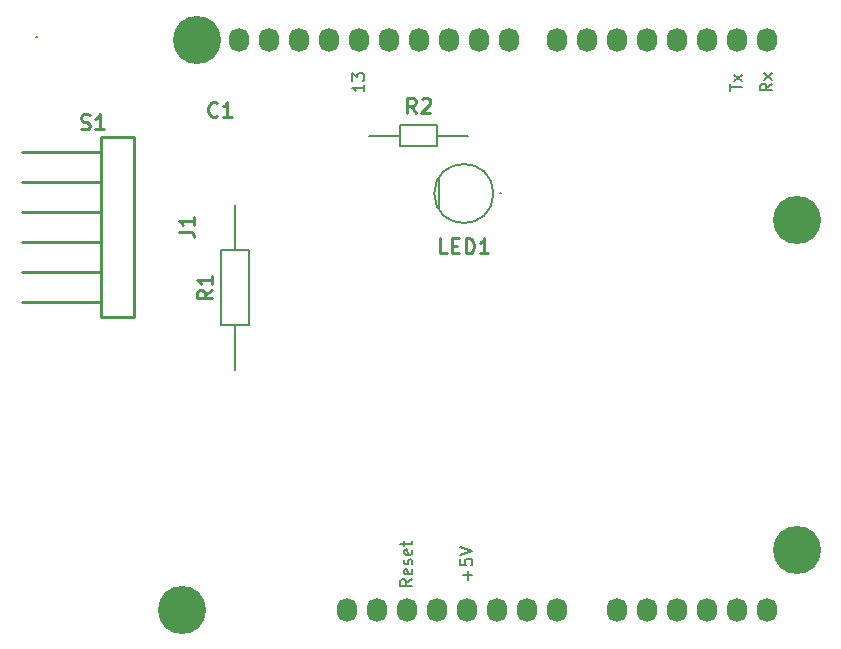
<source format=gbr>
%TF.GenerationSoftware,KiCad,Pcbnew,6.0.0-d3dd2cf0fa~116~ubuntu21.10.1*%
%TF.CreationDate,2022-01-02T17:44:59-05:00*%
%TF.ProjectId,ardustack-io,61726475-7374-4616-936b-2d696f2e6b69,rev?*%
%TF.SameCoordinates,Original*%
%TF.FileFunction,Legend,Top*%
%TF.FilePolarity,Positive*%
%FSLAX46Y46*%
G04 Gerber Fmt 4.6, Leading zero omitted, Abs format (unit mm)*
G04 Created by KiCad (PCBNEW 6.0.0-d3dd2cf0fa~116~ubuntu21.10.1) date 2022-01-02 17:44:59*
%MOMM*%
%LPD*%
G01*
G04 APERTURE LIST*
%ADD10C,0.150000*%
%ADD11C,0.254000*%
%ADD12C,0.200000*%
%ADD13O,1.727200X2.032000*%
%ADD14C,4.064000*%
G04 APERTURE END LIST*
D10*
X144470380Y-121238095D02*
X143994190Y-121571428D01*
X144470380Y-121809523D02*
X143470380Y-121809523D01*
X143470380Y-121428571D01*
X143518000Y-121333333D01*
X143565619Y-121285714D01*
X143660857Y-121238095D01*
X143803714Y-121238095D01*
X143898952Y-121285714D01*
X143946571Y-121333333D01*
X143994190Y-121428571D01*
X143994190Y-121809523D01*
X144422761Y-120428571D02*
X144470380Y-120523809D01*
X144470380Y-120714285D01*
X144422761Y-120809523D01*
X144327523Y-120857142D01*
X143946571Y-120857142D01*
X143851333Y-120809523D01*
X143803714Y-120714285D01*
X143803714Y-120523809D01*
X143851333Y-120428571D01*
X143946571Y-120380952D01*
X144041809Y-120380952D01*
X144137047Y-120857142D01*
X144422761Y-120000000D02*
X144470380Y-119904761D01*
X144470380Y-119714285D01*
X144422761Y-119619047D01*
X144327523Y-119571428D01*
X144279904Y-119571428D01*
X144184666Y-119619047D01*
X144137047Y-119714285D01*
X144137047Y-119857142D01*
X144089428Y-119952380D01*
X143994190Y-120000000D01*
X143946571Y-120000000D01*
X143851333Y-119952380D01*
X143803714Y-119857142D01*
X143803714Y-119714285D01*
X143851333Y-119619047D01*
X144422761Y-118761904D02*
X144470380Y-118857142D01*
X144470380Y-119047619D01*
X144422761Y-119142857D01*
X144327523Y-119190476D01*
X143946571Y-119190476D01*
X143851333Y-119142857D01*
X143803714Y-119047619D01*
X143803714Y-118857142D01*
X143851333Y-118761904D01*
X143946571Y-118714285D01*
X144041809Y-118714285D01*
X144137047Y-119190476D01*
X143803714Y-118428571D02*
X143803714Y-118047619D01*
X143470380Y-118285714D02*
X144327523Y-118285714D01*
X144422761Y-118238095D01*
X144470380Y-118142857D01*
X144470380Y-118047619D01*
X149169428Y-121285714D02*
X149169428Y-120523809D01*
X149550380Y-120904761D02*
X148788476Y-120904761D01*
X148550380Y-119571428D02*
X148550380Y-120047619D01*
X149026571Y-120095238D01*
X148978952Y-120047619D01*
X148931333Y-119952380D01*
X148931333Y-119714285D01*
X148978952Y-119619047D01*
X149026571Y-119571428D01*
X149121809Y-119523809D01*
X149359904Y-119523809D01*
X149455142Y-119571428D01*
X149502761Y-119619047D01*
X149550380Y-119714285D01*
X149550380Y-119952380D01*
X149502761Y-120047619D01*
X149455142Y-120095238D01*
X148550380Y-119238095D02*
X149550380Y-118904761D01*
X148550380Y-118571428D01*
X174950380Y-79295238D02*
X174474190Y-79628571D01*
X174950380Y-79866666D02*
X173950380Y-79866666D01*
X173950380Y-79485714D01*
X173998000Y-79390476D01*
X174045619Y-79342857D01*
X174140857Y-79295238D01*
X174283714Y-79295238D01*
X174378952Y-79342857D01*
X174426571Y-79390476D01*
X174474190Y-79485714D01*
X174474190Y-79866666D01*
X174950380Y-78961904D02*
X174283714Y-78438095D01*
X174283714Y-78961904D02*
X174950380Y-78438095D01*
X140406380Y-79390476D02*
X140406380Y-79961904D01*
X140406380Y-79676190D02*
X139406380Y-79676190D01*
X139549238Y-79771428D01*
X139644476Y-79866666D01*
X139692095Y-79961904D01*
X139406380Y-79057142D02*
X139406380Y-78438095D01*
X139787333Y-78771428D01*
X139787333Y-78628571D01*
X139834952Y-78533333D01*
X139882571Y-78485714D01*
X139977809Y-78438095D01*
X140215904Y-78438095D01*
X140311142Y-78485714D01*
X140358761Y-78533333D01*
X140406380Y-78628571D01*
X140406380Y-78914285D01*
X140358761Y-79009523D01*
X140311142Y-79057142D01*
X171410380Y-79890476D02*
X171410380Y-79319047D01*
X172410380Y-79604761D02*
X171410380Y-79604761D01*
X172410380Y-79080952D02*
X171743714Y-78557142D01*
X171743714Y-79080952D02*
X172410380Y-78557142D01*
D11*
%TO.C,R2*%
X144802333Y-81767523D02*
X144379000Y-81162761D01*
X144076619Y-81767523D02*
X144076619Y-80497523D01*
X144560428Y-80497523D01*
X144681380Y-80558000D01*
X144741857Y-80618476D01*
X144802333Y-80739428D01*
X144802333Y-80920857D01*
X144741857Y-81041809D01*
X144681380Y-81102285D01*
X144560428Y-81162761D01*
X144076619Y-81162761D01*
X145286142Y-80618476D02*
X145346619Y-80558000D01*
X145467571Y-80497523D01*
X145769952Y-80497523D01*
X145890904Y-80558000D01*
X145951380Y-80618476D01*
X146011857Y-80739428D01*
X146011857Y-80860380D01*
X145951380Y-81041809D01*
X145225666Y-81767523D01*
X146011857Y-81767523D01*
%TO.C,C1*%
X127988333Y-82003571D02*
X127927857Y-82064047D01*
X127746428Y-82124523D01*
X127625476Y-82124523D01*
X127444047Y-82064047D01*
X127323095Y-81943095D01*
X127262619Y-81822142D01*
X127202142Y-81580238D01*
X127202142Y-81398809D01*
X127262619Y-81156904D01*
X127323095Y-81035952D01*
X127444047Y-80915000D01*
X127625476Y-80854523D01*
X127746428Y-80854523D01*
X127927857Y-80915000D01*
X127988333Y-80975476D01*
X129197857Y-82124523D02*
X128472142Y-82124523D01*
X128835000Y-82124523D02*
X128835000Y-80854523D01*
X128714047Y-81035952D01*
X128593095Y-81156904D01*
X128472142Y-81217380D01*
%TO.C,S1*%
X116432380Y-83114047D02*
X116613809Y-83174523D01*
X116916190Y-83174523D01*
X117037142Y-83114047D01*
X117097619Y-83053571D01*
X117158095Y-82932619D01*
X117158095Y-82811666D01*
X117097619Y-82690714D01*
X117037142Y-82630238D01*
X116916190Y-82569761D01*
X116674285Y-82509285D01*
X116553333Y-82448809D01*
X116492857Y-82388333D01*
X116432380Y-82267380D01*
X116432380Y-82146428D01*
X116492857Y-82025476D01*
X116553333Y-81965000D01*
X116674285Y-81904523D01*
X116976666Y-81904523D01*
X117158095Y-81965000D01*
X118367619Y-83174523D02*
X117641904Y-83174523D01*
X118004761Y-83174523D02*
X118004761Y-81904523D01*
X117883809Y-82085952D01*
X117762857Y-82206904D01*
X117641904Y-82267380D01*
%TO.C,LED1*%
X147422809Y-93674523D02*
X146818047Y-93674523D01*
X146818047Y-92404523D01*
X147846142Y-93009285D02*
X148269476Y-93009285D01*
X148450904Y-93674523D02*
X147846142Y-93674523D01*
X147846142Y-92404523D01*
X148450904Y-92404523D01*
X148995190Y-93674523D02*
X148995190Y-92404523D01*
X149297571Y-92404523D01*
X149479000Y-92465000D01*
X149599952Y-92585952D01*
X149660428Y-92706904D01*
X149720904Y-92948809D01*
X149720904Y-93130238D01*
X149660428Y-93372142D01*
X149599952Y-93493095D01*
X149479000Y-93614047D01*
X149297571Y-93674523D01*
X148995190Y-93674523D01*
X150930428Y-93674523D02*
X150204714Y-93674523D01*
X150567571Y-93674523D02*
X150567571Y-92404523D01*
X150446619Y-92585952D01*
X150325666Y-92706904D01*
X150204714Y-92767380D01*
%TO.C,J1*%
X124704523Y-91823333D02*
X125611666Y-91823333D01*
X125793095Y-91883809D01*
X125914047Y-92004761D01*
X125974523Y-92186190D01*
X125974523Y-92307142D01*
X125974523Y-90553333D02*
X125974523Y-91279047D01*
X125974523Y-90916190D02*
X124704523Y-90916190D01*
X124885952Y-91037142D01*
X125006904Y-91158095D01*
X125067380Y-91279047D01*
%TO.C,R1*%
X127524523Y-96761666D02*
X126919761Y-97185000D01*
X127524523Y-97487380D02*
X126254523Y-97487380D01*
X126254523Y-97003571D01*
X126315000Y-96882619D01*
X126375476Y-96822142D01*
X126496428Y-96761666D01*
X126677857Y-96761666D01*
X126798809Y-96822142D01*
X126859285Y-96882619D01*
X126919761Y-97003571D01*
X126919761Y-97487380D01*
X127524523Y-95552142D02*
X127524523Y-96277857D01*
X127524523Y-95915000D02*
X126254523Y-95915000D01*
X126435952Y-96035952D01*
X126556904Y-96156904D01*
X126617380Y-96277857D01*
D12*
%TO.C,R2*%
X140789000Y-83693000D02*
X143414000Y-83693000D01*
X143414000Y-82818000D02*
X146614000Y-82818000D01*
X143414000Y-84568000D02*
X143414000Y-82818000D01*
X146614000Y-83693000D02*
X149239000Y-83693000D01*
X146614000Y-82818000D02*
X146614000Y-84568000D01*
X146614000Y-84568000D02*
X143414000Y-84568000D01*
%TO.C,S1*%
X112650000Y-75350000D02*
X112650000Y-75350000D01*
X112650000Y-75350000D02*
X112650000Y-75350000D01*
X112750000Y-75350000D02*
X112750000Y-75350000D01*
X112650000Y-75350000D02*
G75*
G03*
X112750000Y-75350000I50000J0D01*
G01*
X112650000Y-75350000D02*
G75*
G03*
X112750000Y-75350000I50000J0D01*
G01*
X112750000Y-75350000D02*
G75*
G03*
X112650000Y-75350000I-50000J0D01*
G01*
%TO.C,LED1*%
X146344000Y-88600000D02*
X146344000Y-88600000D01*
X151914000Y-88600000D02*
X151914000Y-88600000D01*
X151344000Y-88600000D02*
X151344000Y-88600000D01*
X152014000Y-88600000D02*
X152014000Y-88600000D01*
X146714000Y-89900000D02*
X146714000Y-87300000D01*
X152014000Y-88600000D02*
X152014000Y-88600000D01*
X146344000Y-88600000D02*
G75*
G03*
X151344000Y-88600000I2500000J0D01*
G01*
X151914000Y-88600000D02*
G75*
G03*
X152014000Y-88600000I50000J0D01*
G01*
X152014000Y-88600000D02*
G75*
G03*
X151914000Y-88600000I-50000J0D01*
G01*
X151344000Y-88600000D02*
G75*
G03*
X146344000Y-88600000I-2500000J0D01*
G01*
X152014000Y-88600000D02*
G75*
G03*
X151914000Y-88600000I-50000J0D01*
G01*
D11*
%TO.C,J1*%
X118100000Y-87590000D02*
X111400000Y-87590000D01*
X118100000Y-90130000D02*
X111400000Y-90130000D01*
X118100000Y-97750000D02*
X111400000Y-97750000D01*
X120900000Y-99020000D02*
X120900000Y-83780000D01*
X120900000Y-83780000D02*
X118100000Y-83780000D01*
X118100000Y-92670000D02*
X111400000Y-92670000D01*
X118100000Y-95210000D02*
X111400000Y-95210000D01*
X118100000Y-85050000D02*
X111400000Y-85050000D01*
X118100000Y-83780000D02*
X118100000Y-99020000D01*
X118100000Y-99020000D02*
X120900000Y-99020000D01*
D12*
%TO.C,R1*%
X130650000Y-99700000D02*
X128250000Y-99700000D01*
X130650000Y-93400000D02*
X130650000Y-99700000D01*
X128250000Y-99700000D02*
X128250000Y-93400000D01*
X129450000Y-103550000D02*
X129450000Y-99700000D01*
X128250000Y-93400000D02*
X130650000Y-93400000D01*
X129450000Y-93400000D02*
X129450000Y-89550000D01*
%TD*%
D13*
%TO.C,P1*%
X138938000Y-123825000D03*
X141478000Y-123825000D03*
X144018000Y-123825000D03*
X146558000Y-123825000D03*
X149098000Y-123825000D03*
X151638000Y-123825000D03*
X154178000Y-123825000D03*
X156718000Y-123825000D03*
%TD*%
%TO.C,P2*%
X161798000Y-123825000D03*
X164338000Y-123825000D03*
X166878000Y-123825000D03*
X169418000Y-123825000D03*
X171958000Y-123825000D03*
X174498000Y-123825000D03*
%TD*%
%TO.C,P3*%
X129794000Y-75565000D03*
X132334000Y-75565000D03*
X134874000Y-75565000D03*
X137414000Y-75565000D03*
X139954000Y-75565000D03*
X142494000Y-75565000D03*
X145034000Y-75565000D03*
X147574000Y-75565000D03*
X150114000Y-75565000D03*
X152654000Y-75565000D03*
%TD*%
%TO.C,P4*%
X156718000Y-75565000D03*
X159258000Y-75565000D03*
X161798000Y-75565000D03*
X164338000Y-75565000D03*
X166878000Y-75565000D03*
X169418000Y-75565000D03*
X171958000Y-75565000D03*
X174498000Y-75565000D03*
%TD*%
D14*
%TO.C,P5*%
X124968000Y-123825000D03*
%TD*%
%TO.C,P6*%
X177038000Y-118745000D03*
%TD*%
%TO.C,P7*%
X126238000Y-75565000D03*
%TD*%
%TO.C,P8*%
X177038000Y-90805000D03*
%TD*%
M02*

</source>
